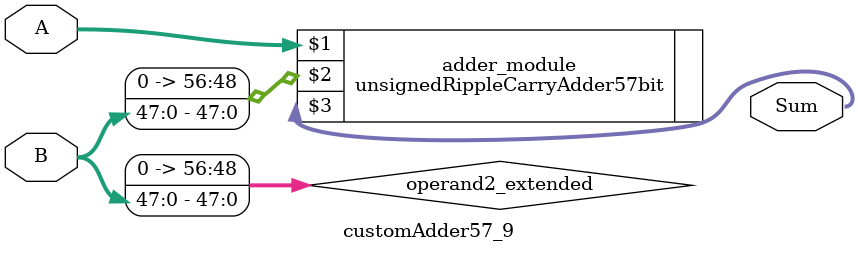
<source format=v>
module customAdder57_9(
                        input [56 : 0] A,
                        input [47 : 0] B,
                        
                        output [57 : 0] Sum
                );

        wire [56 : 0] operand2_extended;
        
        assign operand2_extended =  {9'b0, B};
        
        unsignedRippleCarryAdder57bit adder_module(
            A,
            operand2_extended,
            Sum
        );
        
        endmodule
        
</source>
